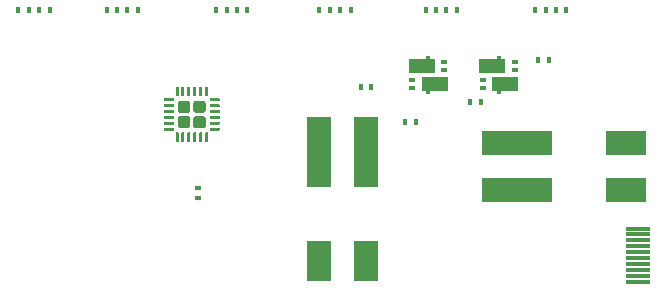
<source format=gbr>
G04 #@! TF.GenerationSoftware,KiCad,Pcbnew,6.0.0-rc1-unknown-ef6f7e9~66~ubuntu16.04.1*
G04 #@! TF.CreationDate,2019-01-29T21:41:32+01:00*
G04 #@! TF.ProjectId,roboy_hand_connector_pcb,726F626F795F68616E645F636F6E6E65,rev?*
G04 #@! TF.SameCoordinates,Original*
G04 #@! TF.FileFunction,Paste,Top*
G04 #@! TF.FilePolarity,Positive*
%FSLAX46Y46*%
G04 Gerber Fmt 4.6, Leading zero omitted, Abs format (unit mm)*
G04 Created by KiCad (PCBNEW 6.0.0-rc1-unknown-ef6f7e9~66~ubuntu16.04.1) date Tue Jan 29 21:41:32 2019*
%MOMM*%
%LPD*%
G01*
G04 APERTURE LIST*
%ADD10R,2.000000X0.400000*%
%ADD11R,2.225000X1.205000*%
%ADD12R,0.580000X0.400000*%
%ADD13R,0.430000X0.370000*%
%ADD14C,0.100000*%
%ADD15C,1.050000*%
%ADD16C,0.250000*%
%ADD17R,2.000000X3.500000*%
%ADD18R,2.000000X6.000000*%
%ADD19R,0.600000X0.400000*%
%ADD20R,0.400000X0.600000*%
%ADD21R,3.500000X2.000000*%
%ADD22R,6.000000X2.000000*%
G04 APERTURE END LIST*
D10*
G04 #@! TO.C,J2*
X190250000Y-101500000D03*
X190250000Y-102000000D03*
X190250000Y-102500000D03*
X190250000Y-103000000D03*
X190250000Y-103500000D03*
X190250000Y-104000000D03*
X190250000Y-104500000D03*
X190250000Y-105000000D03*
X190250000Y-105500000D03*
X190250000Y-106000000D03*
G04 #@! TD*
D11*
G04 #@! TO.C,Q1*
X179047500Y-89227500D03*
X177952500Y-87772500D03*
D12*
X179860000Y-88050000D03*
X179860000Y-87400000D03*
X177140000Y-88950000D03*
X177139900Y-89600000D03*
D13*
X178500000Y-89965000D03*
X178500000Y-87035000D03*
G04 #@! TD*
G04 #@! TO.C,Q2*
X172500000Y-87035000D03*
X172500000Y-89965000D03*
D12*
X171139900Y-89600000D03*
X171140000Y-88950000D03*
X173860000Y-87400000D03*
X173860000Y-88050000D03*
D11*
X171952500Y-87772500D03*
X173047500Y-89227500D03*
G04 #@! TD*
D14*
G04 #@! TO.C,U1*
G36*
X153449505Y-91966204D02*
X153473773Y-91969804D01*
X153497572Y-91975765D01*
X153520671Y-91984030D01*
X153542850Y-91994520D01*
X153563893Y-92007132D01*
X153583599Y-92021747D01*
X153601777Y-92038223D01*
X153618253Y-92056401D01*
X153632868Y-92076107D01*
X153645480Y-92097150D01*
X153655970Y-92119329D01*
X153664235Y-92142428D01*
X153670196Y-92166227D01*
X153673796Y-92190495D01*
X153675000Y-92214999D01*
X153675000Y-92765001D01*
X153673796Y-92789505D01*
X153670196Y-92813773D01*
X153664235Y-92837572D01*
X153655970Y-92860671D01*
X153645480Y-92882850D01*
X153632868Y-92903893D01*
X153618253Y-92923599D01*
X153601777Y-92941777D01*
X153583599Y-92958253D01*
X153563893Y-92972868D01*
X153542850Y-92985480D01*
X153520671Y-92995970D01*
X153497572Y-93004235D01*
X153473773Y-93010196D01*
X153449505Y-93013796D01*
X153425001Y-93015000D01*
X152874999Y-93015000D01*
X152850495Y-93013796D01*
X152826227Y-93010196D01*
X152802428Y-93004235D01*
X152779329Y-92995970D01*
X152757150Y-92985480D01*
X152736107Y-92972868D01*
X152716401Y-92958253D01*
X152698223Y-92941777D01*
X152681747Y-92923599D01*
X152667132Y-92903893D01*
X152654520Y-92882850D01*
X152644030Y-92860671D01*
X152635765Y-92837572D01*
X152629804Y-92813773D01*
X152626204Y-92789505D01*
X152625000Y-92765001D01*
X152625000Y-92214999D01*
X152626204Y-92190495D01*
X152629804Y-92166227D01*
X152635765Y-92142428D01*
X152644030Y-92119329D01*
X152654520Y-92097150D01*
X152667132Y-92076107D01*
X152681747Y-92056401D01*
X152698223Y-92038223D01*
X152716401Y-92021747D01*
X152736107Y-92007132D01*
X152757150Y-91994520D01*
X152779329Y-91984030D01*
X152802428Y-91975765D01*
X152826227Y-91969804D01*
X152850495Y-91966204D01*
X152874999Y-91965000D01*
X153425001Y-91965000D01*
X153449505Y-91966204D01*
X153449505Y-91966204D01*
G37*
D15*
X153150000Y-92490000D03*
D14*
G36*
X153449505Y-90666204D02*
X153473773Y-90669804D01*
X153497572Y-90675765D01*
X153520671Y-90684030D01*
X153542850Y-90694520D01*
X153563893Y-90707132D01*
X153583599Y-90721747D01*
X153601777Y-90738223D01*
X153618253Y-90756401D01*
X153632868Y-90776107D01*
X153645480Y-90797150D01*
X153655970Y-90819329D01*
X153664235Y-90842428D01*
X153670196Y-90866227D01*
X153673796Y-90890495D01*
X153675000Y-90914999D01*
X153675000Y-91465001D01*
X153673796Y-91489505D01*
X153670196Y-91513773D01*
X153664235Y-91537572D01*
X153655970Y-91560671D01*
X153645480Y-91582850D01*
X153632868Y-91603893D01*
X153618253Y-91623599D01*
X153601777Y-91641777D01*
X153583599Y-91658253D01*
X153563893Y-91672868D01*
X153542850Y-91685480D01*
X153520671Y-91695970D01*
X153497572Y-91704235D01*
X153473773Y-91710196D01*
X153449505Y-91713796D01*
X153425001Y-91715000D01*
X152874999Y-91715000D01*
X152850495Y-91713796D01*
X152826227Y-91710196D01*
X152802428Y-91704235D01*
X152779329Y-91695970D01*
X152757150Y-91685480D01*
X152736107Y-91672868D01*
X152716401Y-91658253D01*
X152698223Y-91641777D01*
X152681747Y-91623599D01*
X152667132Y-91603893D01*
X152654520Y-91582850D01*
X152644030Y-91560671D01*
X152635765Y-91537572D01*
X152629804Y-91513773D01*
X152626204Y-91489505D01*
X152625000Y-91465001D01*
X152625000Y-90914999D01*
X152626204Y-90890495D01*
X152629804Y-90866227D01*
X152635765Y-90842428D01*
X152644030Y-90819329D01*
X152654520Y-90797150D01*
X152667132Y-90776107D01*
X152681747Y-90756401D01*
X152698223Y-90738223D01*
X152716401Y-90721747D01*
X152736107Y-90707132D01*
X152757150Y-90694520D01*
X152779329Y-90684030D01*
X152802428Y-90675765D01*
X152826227Y-90669804D01*
X152850495Y-90666204D01*
X152874999Y-90665000D01*
X153425001Y-90665000D01*
X153449505Y-90666204D01*
X153449505Y-90666204D01*
G37*
D15*
X153150000Y-91190000D03*
D14*
G36*
X152149505Y-91966204D02*
X152173773Y-91969804D01*
X152197572Y-91975765D01*
X152220671Y-91984030D01*
X152242850Y-91994520D01*
X152263893Y-92007132D01*
X152283599Y-92021747D01*
X152301777Y-92038223D01*
X152318253Y-92056401D01*
X152332868Y-92076107D01*
X152345480Y-92097150D01*
X152355970Y-92119329D01*
X152364235Y-92142428D01*
X152370196Y-92166227D01*
X152373796Y-92190495D01*
X152375000Y-92214999D01*
X152375000Y-92765001D01*
X152373796Y-92789505D01*
X152370196Y-92813773D01*
X152364235Y-92837572D01*
X152355970Y-92860671D01*
X152345480Y-92882850D01*
X152332868Y-92903893D01*
X152318253Y-92923599D01*
X152301777Y-92941777D01*
X152283599Y-92958253D01*
X152263893Y-92972868D01*
X152242850Y-92985480D01*
X152220671Y-92995970D01*
X152197572Y-93004235D01*
X152173773Y-93010196D01*
X152149505Y-93013796D01*
X152125001Y-93015000D01*
X151574999Y-93015000D01*
X151550495Y-93013796D01*
X151526227Y-93010196D01*
X151502428Y-93004235D01*
X151479329Y-92995970D01*
X151457150Y-92985480D01*
X151436107Y-92972868D01*
X151416401Y-92958253D01*
X151398223Y-92941777D01*
X151381747Y-92923599D01*
X151367132Y-92903893D01*
X151354520Y-92882850D01*
X151344030Y-92860671D01*
X151335765Y-92837572D01*
X151329804Y-92813773D01*
X151326204Y-92789505D01*
X151325000Y-92765001D01*
X151325000Y-92214999D01*
X151326204Y-92190495D01*
X151329804Y-92166227D01*
X151335765Y-92142428D01*
X151344030Y-92119329D01*
X151354520Y-92097150D01*
X151367132Y-92076107D01*
X151381747Y-92056401D01*
X151398223Y-92038223D01*
X151416401Y-92021747D01*
X151436107Y-92007132D01*
X151457150Y-91994520D01*
X151479329Y-91984030D01*
X151502428Y-91975765D01*
X151526227Y-91969804D01*
X151550495Y-91966204D01*
X151574999Y-91965000D01*
X152125001Y-91965000D01*
X152149505Y-91966204D01*
X152149505Y-91966204D01*
G37*
D15*
X151850000Y-92490000D03*
D14*
G36*
X152149505Y-90666204D02*
X152173773Y-90669804D01*
X152197572Y-90675765D01*
X152220671Y-90684030D01*
X152242850Y-90694520D01*
X152263893Y-90707132D01*
X152283599Y-90721747D01*
X152301777Y-90738223D01*
X152318253Y-90756401D01*
X152332868Y-90776107D01*
X152345480Y-90797150D01*
X152355970Y-90819329D01*
X152364235Y-90842428D01*
X152370196Y-90866227D01*
X152373796Y-90890495D01*
X152375000Y-90914999D01*
X152375000Y-91465001D01*
X152373796Y-91489505D01*
X152370196Y-91513773D01*
X152364235Y-91537572D01*
X152355970Y-91560671D01*
X152345480Y-91582850D01*
X152332868Y-91603893D01*
X152318253Y-91623599D01*
X152301777Y-91641777D01*
X152283599Y-91658253D01*
X152263893Y-91672868D01*
X152242850Y-91685480D01*
X152220671Y-91695970D01*
X152197572Y-91704235D01*
X152173773Y-91710196D01*
X152149505Y-91713796D01*
X152125001Y-91715000D01*
X151574999Y-91715000D01*
X151550495Y-91713796D01*
X151526227Y-91710196D01*
X151502428Y-91704235D01*
X151479329Y-91695970D01*
X151457150Y-91685480D01*
X151436107Y-91672868D01*
X151416401Y-91658253D01*
X151398223Y-91641777D01*
X151381747Y-91623599D01*
X151367132Y-91603893D01*
X151354520Y-91582850D01*
X151344030Y-91560671D01*
X151335765Y-91537572D01*
X151329804Y-91513773D01*
X151326204Y-91489505D01*
X151325000Y-91465001D01*
X151325000Y-90914999D01*
X151326204Y-90890495D01*
X151329804Y-90866227D01*
X151335765Y-90842428D01*
X151344030Y-90819329D01*
X151354520Y-90797150D01*
X151367132Y-90776107D01*
X151381747Y-90756401D01*
X151398223Y-90738223D01*
X151416401Y-90721747D01*
X151436107Y-90707132D01*
X151457150Y-90694520D01*
X151479329Y-90684030D01*
X151502428Y-90675765D01*
X151526227Y-90669804D01*
X151550495Y-90666204D01*
X151574999Y-90665000D01*
X152125001Y-90665000D01*
X152149505Y-90666204D01*
X152149505Y-90666204D01*
G37*
D15*
X151850000Y-91190000D03*
D14*
G36*
X154793626Y-92965301D02*
X154799693Y-92966201D01*
X154805643Y-92967691D01*
X154811418Y-92969758D01*
X154816962Y-92972380D01*
X154822223Y-92975533D01*
X154827150Y-92979187D01*
X154831694Y-92983306D01*
X154835813Y-92987850D01*
X154839467Y-92992777D01*
X154842620Y-92998038D01*
X154845242Y-93003582D01*
X154847309Y-93009357D01*
X154848799Y-93015307D01*
X154849699Y-93021374D01*
X154850000Y-93027500D01*
X154850000Y-93152500D01*
X154849699Y-93158626D01*
X154848799Y-93164693D01*
X154847309Y-93170643D01*
X154845242Y-93176418D01*
X154842620Y-93181962D01*
X154839467Y-93187223D01*
X154835813Y-93192150D01*
X154831694Y-93196694D01*
X154827150Y-93200813D01*
X154822223Y-93204467D01*
X154816962Y-93207620D01*
X154811418Y-93210242D01*
X154805643Y-93212309D01*
X154799693Y-93213799D01*
X154793626Y-93214699D01*
X154787500Y-93215000D01*
X154087500Y-93215000D01*
X154081374Y-93214699D01*
X154075307Y-93213799D01*
X154069357Y-93212309D01*
X154063582Y-93210242D01*
X154058038Y-93207620D01*
X154052777Y-93204467D01*
X154047850Y-93200813D01*
X154043306Y-93196694D01*
X154039187Y-93192150D01*
X154035533Y-93187223D01*
X154032380Y-93181962D01*
X154029758Y-93176418D01*
X154027691Y-93170643D01*
X154026201Y-93164693D01*
X154025301Y-93158626D01*
X154025000Y-93152500D01*
X154025000Y-93027500D01*
X154025301Y-93021374D01*
X154026201Y-93015307D01*
X154027691Y-93009357D01*
X154029758Y-93003582D01*
X154032380Y-92998038D01*
X154035533Y-92992777D01*
X154039187Y-92987850D01*
X154043306Y-92983306D01*
X154047850Y-92979187D01*
X154052777Y-92975533D01*
X154058038Y-92972380D01*
X154063582Y-92969758D01*
X154069357Y-92967691D01*
X154075307Y-92966201D01*
X154081374Y-92965301D01*
X154087500Y-92965000D01*
X154787500Y-92965000D01*
X154793626Y-92965301D01*
X154793626Y-92965301D01*
G37*
D16*
X154437500Y-93090000D03*
D14*
G36*
X154793626Y-92465301D02*
X154799693Y-92466201D01*
X154805643Y-92467691D01*
X154811418Y-92469758D01*
X154816962Y-92472380D01*
X154822223Y-92475533D01*
X154827150Y-92479187D01*
X154831694Y-92483306D01*
X154835813Y-92487850D01*
X154839467Y-92492777D01*
X154842620Y-92498038D01*
X154845242Y-92503582D01*
X154847309Y-92509357D01*
X154848799Y-92515307D01*
X154849699Y-92521374D01*
X154850000Y-92527500D01*
X154850000Y-92652500D01*
X154849699Y-92658626D01*
X154848799Y-92664693D01*
X154847309Y-92670643D01*
X154845242Y-92676418D01*
X154842620Y-92681962D01*
X154839467Y-92687223D01*
X154835813Y-92692150D01*
X154831694Y-92696694D01*
X154827150Y-92700813D01*
X154822223Y-92704467D01*
X154816962Y-92707620D01*
X154811418Y-92710242D01*
X154805643Y-92712309D01*
X154799693Y-92713799D01*
X154793626Y-92714699D01*
X154787500Y-92715000D01*
X154087500Y-92715000D01*
X154081374Y-92714699D01*
X154075307Y-92713799D01*
X154069357Y-92712309D01*
X154063582Y-92710242D01*
X154058038Y-92707620D01*
X154052777Y-92704467D01*
X154047850Y-92700813D01*
X154043306Y-92696694D01*
X154039187Y-92692150D01*
X154035533Y-92687223D01*
X154032380Y-92681962D01*
X154029758Y-92676418D01*
X154027691Y-92670643D01*
X154026201Y-92664693D01*
X154025301Y-92658626D01*
X154025000Y-92652500D01*
X154025000Y-92527500D01*
X154025301Y-92521374D01*
X154026201Y-92515307D01*
X154027691Y-92509357D01*
X154029758Y-92503582D01*
X154032380Y-92498038D01*
X154035533Y-92492777D01*
X154039187Y-92487850D01*
X154043306Y-92483306D01*
X154047850Y-92479187D01*
X154052777Y-92475533D01*
X154058038Y-92472380D01*
X154063582Y-92469758D01*
X154069357Y-92467691D01*
X154075307Y-92466201D01*
X154081374Y-92465301D01*
X154087500Y-92465000D01*
X154787500Y-92465000D01*
X154793626Y-92465301D01*
X154793626Y-92465301D01*
G37*
D16*
X154437500Y-92590000D03*
D14*
G36*
X154793626Y-91965301D02*
X154799693Y-91966201D01*
X154805643Y-91967691D01*
X154811418Y-91969758D01*
X154816962Y-91972380D01*
X154822223Y-91975533D01*
X154827150Y-91979187D01*
X154831694Y-91983306D01*
X154835813Y-91987850D01*
X154839467Y-91992777D01*
X154842620Y-91998038D01*
X154845242Y-92003582D01*
X154847309Y-92009357D01*
X154848799Y-92015307D01*
X154849699Y-92021374D01*
X154850000Y-92027500D01*
X154850000Y-92152500D01*
X154849699Y-92158626D01*
X154848799Y-92164693D01*
X154847309Y-92170643D01*
X154845242Y-92176418D01*
X154842620Y-92181962D01*
X154839467Y-92187223D01*
X154835813Y-92192150D01*
X154831694Y-92196694D01*
X154827150Y-92200813D01*
X154822223Y-92204467D01*
X154816962Y-92207620D01*
X154811418Y-92210242D01*
X154805643Y-92212309D01*
X154799693Y-92213799D01*
X154793626Y-92214699D01*
X154787500Y-92215000D01*
X154087500Y-92215000D01*
X154081374Y-92214699D01*
X154075307Y-92213799D01*
X154069357Y-92212309D01*
X154063582Y-92210242D01*
X154058038Y-92207620D01*
X154052777Y-92204467D01*
X154047850Y-92200813D01*
X154043306Y-92196694D01*
X154039187Y-92192150D01*
X154035533Y-92187223D01*
X154032380Y-92181962D01*
X154029758Y-92176418D01*
X154027691Y-92170643D01*
X154026201Y-92164693D01*
X154025301Y-92158626D01*
X154025000Y-92152500D01*
X154025000Y-92027500D01*
X154025301Y-92021374D01*
X154026201Y-92015307D01*
X154027691Y-92009357D01*
X154029758Y-92003582D01*
X154032380Y-91998038D01*
X154035533Y-91992777D01*
X154039187Y-91987850D01*
X154043306Y-91983306D01*
X154047850Y-91979187D01*
X154052777Y-91975533D01*
X154058038Y-91972380D01*
X154063582Y-91969758D01*
X154069357Y-91967691D01*
X154075307Y-91966201D01*
X154081374Y-91965301D01*
X154087500Y-91965000D01*
X154787500Y-91965000D01*
X154793626Y-91965301D01*
X154793626Y-91965301D01*
G37*
D16*
X154437500Y-92090000D03*
D14*
G36*
X154793626Y-91465301D02*
X154799693Y-91466201D01*
X154805643Y-91467691D01*
X154811418Y-91469758D01*
X154816962Y-91472380D01*
X154822223Y-91475533D01*
X154827150Y-91479187D01*
X154831694Y-91483306D01*
X154835813Y-91487850D01*
X154839467Y-91492777D01*
X154842620Y-91498038D01*
X154845242Y-91503582D01*
X154847309Y-91509357D01*
X154848799Y-91515307D01*
X154849699Y-91521374D01*
X154850000Y-91527500D01*
X154850000Y-91652500D01*
X154849699Y-91658626D01*
X154848799Y-91664693D01*
X154847309Y-91670643D01*
X154845242Y-91676418D01*
X154842620Y-91681962D01*
X154839467Y-91687223D01*
X154835813Y-91692150D01*
X154831694Y-91696694D01*
X154827150Y-91700813D01*
X154822223Y-91704467D01*
X154816962Y-91707620D01*
X154811418Y-91710242D01*
X154805643Y-91712309D01*
X154799693Y-91713799D01*
X154793626Y-91714699D01*
X154787500Y-91715000D01*
X154087500Y-91715000D01*
X154081374Y-91714699D01*
X154075307Y-91713799D01*
X154069357Y-91712309D01*
X154063582Y-91710242D01*
X154058038Y-91707620D01*
X154052777Y-91704467D01*
X154047850Y-91700813D01*
X154043306Y-91696694D01*
X154039187Y-91692150D01*
X154035533Y-91687223D01*
X154032380Y-91681962D01*
X154029758Y-91676418D01*
X154027691Y-91670643D01*
X154026201Y-91664693D01*
X154025301Y-91658626D01*
X154025000Y-91652500D01*
X154025000Y-91527500D01*
X154025301Y-91521374D01*
X154026201Y-91515307D01*
X154027691Y-91509357D01*
X154029758Y-91503582D01*
X154032380Y-91498038D01*
X154035533Y-91492777D01*
X154039187Y-91487850D01*
X154043306Y-91483306D01*
X154047850Y-91479187D01*
X154052777Y-91475533D01*
X154058038Y-91472380D01*
X154063582Y-91469758D01*
X154069357Y-91467691D01*
X154075307Y-91466201D01*
X154081374Y-91465301D01*
X154087500Y-91465000D01*
X154787500Y-91465000D01*
X154793626Y-91465301D01*
X154793626Y-91465301D01*
G37*
D16*
X154437500Y-91590000D03*
D14*
G36*
X154793626Y-90965301D02*
X154799693Y-90966201D01*
X154805643Y-90967691D01*
X154811418Y-90969758D01*
X154816962Y-90972380D01*
X154822223Y-90975533D01*
X154827150Y-90979187D01*
X154831694Y-90983306D01*
X154835813Y-90987850D01*
X154839467Y-90992777D01*
X154842620Y-90998038D01*
X154845242Y-91003582D01*
X154847309Y-91009357D01*
X154848799Y-91015307D01*
X154849699Y-91021374D01*
X154850000Y-91027500D01*
X154850000Y-91152500D01*
X154849699Y-91158626D01*
X154848799Y-91164693D01*
X154847309Y-91170643D01*
X154845242Y-91176418D01*
X154842620Y-91181962D01*
X154839467Y-91187223D01*
X154835813Y-91192150D01*
X154831694Y-91196694D01*
X154827150Y-91200813D01*
X154822223Y-91204467D01*
X154816962Y-91207620D01*
X154811418Y-91210242D01*
X154805643Y-91212309D01*
X154799693Y-91213799D01*
X154793626Y-91214699D01*
X154787500Y-91215000D01*
X154087500Y-91215000D01*
X154081374Y-91214699D01*
X154075307Y-91213799D01*
X154069357Y-91212309D01*
X154063582Y-91210242D01*
X154058038Y-91207620D01*
X154052777Y-91204467D01*
X154047850Y-91200813D01*
X154043306Y-91196694D01*
X154039187Y-91192150D01*
X154035533Y-91187223D01*
X154032380Y-91181962D01*
X154029758Y-91176418D01*
X154027691Y-91170643D01*
X154026201Y-91164693D01*
X154025301Y-91158626D01*
X154025000Y-91152500D01*
X154025000Y-91027500D01*
X154025301Y-91021374D01*
X154026201Y-91015307D01*
X154027691Y-91009357D01*
X154029758Y-91003582D01*
X154032380Y-90998038D01*
X154035533Y-90992777D01*
X154039187Y-90987850D01*
X154043306Y-90983306D01*
X154047850Y-90979187D01*
X154052777Y-90975533D01*
X154058038Y-90972380D01*
X154063582Y-90969758D01*
X154069357Y-90967691D01*
X154075307Y-90966201D01*
X154081374Y-90965301D01*
X154087500Y-90965000D01*
X154787500Y-90965000D01*
X154793626Y-90965301D01*
X154793626Y-90965301D01*
G37*
D16*
X154437500Y-91090000D03*
D14*
G36*
X154793626Y-90465301D02*
X154799693Y-90466201D01*
X154805643Y-90467691D01*
X154811418Y-90469758D01*
X154816962Y-90472380D01*
X154822223Y-90475533D01*
X154827150Y-90479187D01*
X154831694Y-90483306D01*
X154835813Y-90487850D01*
X154839467Y-90492777D01*
X154842620Y-90498038D01*
X154845242Y-90503582D01*
X154847309Y-90509357D01*
X154848799Y-90515307D01*
X154849699Y-90521374D01*
X154850000Y-90527500D01*
X154850000Y-90652500D01*
X154849699Y-90658626D01*
X154848799Y-90664693D01*
X154847309Y-90670643D01*
X154845242Y-90676418D01*
X154842620Y-90681962D01*
X154839467Y-90687223D01*
X154835813Y-90692150D01*
X154831694Y-90696694D01*
X154827150Y-90700813D01*
X154822223Y-90704467D01*
X154816962Y-90707620D01*
X154811418Y-90710242D01*
X154805643Y-90712309D01*
X154799693Y-90713799D01*
X154793626Y-90714699D01*
X154787500Y-90715000D01*
X154087500Y-90715000D01*
X154081374Y-90714699D01*
X154075307Y-90713799D01*
X154069357Y-90712309D01*
X154063582Y-90710242D01*
X154058038Y-90707620D01*
X154052777Y-90704467D01*
X154047850Y-90700813D01*
X154043306Y-90696694D01*
X154039187Y-90692150D01*
X154035533Y-90687223D01*
X154032380Y-90681962D01*
X154029758Y-90676418D01*
X154027691Y-90670643D01*
X154026201Y-90664693D01*
X154025301Y-90658626D01*
X154025000Y-90652500D01*
X154025000Y-90527500D01*
X154025301Y-90521374D01*
X154026201Y-90515307D01*
X154027691Y-90509357D01*
X154029758Y-90503582D01*
X154032380Y-90498038D01*
X154035533Y-90492777D01*
X154039187Y-90487850D01*
X154043306Y-90483306D01*
X154047850Y-90479187D01*
X154052777Y-90475533D01*
X154058038Y-90472380D01*
X154063582Y-90469758D01*
X154069357Y-90467691D01*
X154075307Y-90466201D01*
X154081374Y-90465301D01*
X154087500Y-90465000D01*
X154787500Y-90465000D01*
X154793626Y-90465301D01*
X154793626Y-90465301D01*
G37*
D16*
X154437500Y-90590000D03*
D14*
G36*
X153818626Y-89490301D02*
X153824693Y-89491201D01*
X153830643Y-89492691D01*
X153836418Y-89494758D01*
X153841962Y-89497380D01*
X153847223Y-89500533D01*
X153852150Y-89504187D01*
X153856694Y-89508306D01*
X153860813Y-89512850D01*
X153864467Y-89517777D01*
X153867620Y-89523038D01*
X153870242Y-89528582D01*
X153872309Y-89534357D01*
X153873799Y-89540307D01*
X153874699Y-89546374D01*
X153875000Y-89552500D01*
X153875000Y-90252500D01*
X153874699Y-90258626D01*
X153873799Y-90264693D01*
X153872309Y-90270643D01*
X153870242Y-90276418D01*
X153867620Y-90281962D01*
X153864467Y-90287223D01*
X153860813Y-90292150D01*
X153856694Y-90296694D01*
X153852150Y-90300813D01*
X153847223Y-90304467D01*
X153841962Y-90307620D01*
X153836418Y-90310242D01*
X153830643Y-90312309D01*
X153824693Y-90313799D01*
X153818626Y-90314699D01*
X153812500Y-90315000D01*
X153687500Y-90315000D01*
X153681374Y-90314699D01*
X153675307Y-90313799D01*
X153669357Y-90312309D01*
X153663582Y-90310242D01*
X153658038Y-90307620D01*
X153652777Y-90304467D01*
X153647850Y-90300813D01*
X153643306Y-90296694D01*
X153639187Y-90292150D01*
X153635533Y-90287223D01*
X153632380Y-90281962D01*
X153629758Y-90276418D01*
X153627691Y-90270643D01*
X153626201Y-90264693D01*
X153625301Y-90258626D01*
X153625000Y-90252500D01*
X153625000Y-89552500D01*
X153625301Y-89546374D01*
X153626201Y-89540307D01*
X153627691Y-89534357D01*
X153629758Y-89528582D01*
X153632380Y-89523038D01*
X153635533Y-89517777D01*
X153639187Y-89512850D01*
X153643306Y-89508306D01*
X153647850Y-89504187D01*
X153652777Y-89500533D01*
X153658038Y-89497380D01*
X153663582Y-89494758D01*
X153669357Y-89492691D01*
X153675307Y-89491201D01*
X153681374Y-89490301D01*
X153687500Y-89490000D01*
X153812500Y-89490000D01*
X153818626Y-89490301D01*
X153818626Y-89490301D01*
G37*
D16*
X153750000Y-89902500D03*
D14*
G36*
X153318626Y-89490301D02*
X153324693Y-89491201D01*
X153330643Y-89492691D01*
X153336418Y-89494758D01*
X153341962Y-89497380D01*
X153347223Y-89500533D01*
X153352150Y-89504187D01*
X153356694Y-89508306D01*
X153360813Y-89512850D01*
X153364467Y-89517777D01*
X153367620Y-89523038D01*
X153370242Y-89528582D01*
X153372309Y-89534357D01*
X153373799Y-89540307D01*
X153374699Y-89546374D01*
X153375000Y-89552500D01*
X153375000Y-90252500D01*
X153374699Y-90258626D01*
X153373799Y-90264693D01*
X153372309Y-90270643D01*
X153370242Y-90276418D01*
X153367620Y-90281962D01*
X153364467Y-90287223D01*
X153360813Y-90292150D01*
X153356694Y-90296694D01*
X153352150Y-90300813D01*
X153347223Y-90304467D01*
X153341962Y-90307620D01*
X153336418Y-90310242D01*
X153330643Y-90312309D01*
X153324693Y-90313799D01*
X153318626Y-90314699D01*
X153312500Y-90315000D01*
X153187500Y-90315000D01*
X153181374Y-90314699D01*
X153175307Y-90313799D01*
X153169357Y-90312309D01*
X153163582Y-90310242D01*
X153158038Y-90307620D01*
X153152777Y-90304467D01*
X153147850Y-90300813D01*
X153143306Y-90296694D01*
X153139187Y-90292150D01*
X153135533Y-90287223D01*
X153132380Y-90281962D01*
X153129758Y-90276418D01*
X153127691Y-90270643D01*
X153126201Y-90264693D01*
X153125301Y-90258626D01*
X153125000Y-90252500D01*
X153125000Y-89552500D01*
X153125301Y-89546374D01*
X153126201Y-89540307D01*
X153127691Y-89534357D01*
X153129758Y-89528582D01*
X153132380Y-89523038D01*
X153135533Y-89517777D01*
X153139187Y-89512850D01*
X153143306Y-89508306D01*
X153147850Y-89504187D01*
X153152777Y-89500533D01*
X153158038Y-89497380D01*
X153163582Y-89494758D01*
X153169357Y-89492691D01*
X153175307Y-89491201D01*
X153181374Y-89490301D01*
X153187500Y-89490000D01*
X153312500Y-89490000D01*
X153318626Y-89490301D01*
X153318626Y-89490301D01*
G37*
D16*
X153250000Y-89902500D03*
D14*
G36*
X152818626Y-89490301D02*
X152824693Y-89491201D01*
X152830643Y-89492691D01*
X152836418Y-89494758D01*
X152841962Y-89497380D01*
X152847223Y-89500533D01*
X152852150Y-89504187D01*
X152856694Y-89508306D01*
X152860813Y-89512850D01*
X152864467Y-89517777D01*
X152867620Y-89523038D01*
X152870242Y-89528582D01*
X152872309Y-89534357D01*
X152873799Y-89540307D01*
X152874699Y-89546374D01*
X152875000Y-89552500D01*
X152875000Y-90252500D01*
X152874699Y-90258626D01*
X152873799Y-90264693D01*
X152872309Y-90270643D01*
X152870242Y-90276418D01*
X152867620Y-90281962D01*
X152864467Y-90287223D01*
X152860813Y-90292150D01*
X152856694Y-90296694D01*
X152852150Y-90300813D01*
X152847223Y-90304467D01*
X152841962Y-90307620D01*
X152836418Y-90310242D01*
X152830643Y-90312309D01*
X152824693Y-90313799D01*
X152818626Y-90314699D01*
X152812500Y-90315000D01*
X152687500Y-90315000D01*
X152681374Y-90314699D01*
X152675307Y-90313799D01*
X152669357Y-90312309D01*
X152663582Y-90310242D01*
X152658038Y-90307620D01*
X152652777Y-90304467D01*
X152647850Y-90300813D01*
X152643306Y-90296694D01*
X152639187Y-90292150D01*
X152635533Y-90287223D01*
X152632380Y-90281962D01*
X152629758Y-90276418D01*
X152627691Y-90270643D01*
X152626201Y-90264693D01*
X152625301Y-90258626D01*
X152625000Y-90252500D01*
X152625000Y-89552500D01*
X152625301Y-89546374D01*
X152626201Y-89540307D01*
X152627691Y-89534357D01*
X152629758Y-89528582D01*
X152632380Y-89523038D01*
X152635533Y-89517777D01*
X152639187Y-89512850D01*
X152643306Y-89508306D01*
X152647850Y-89504187D01*
X152652777Y-89500533D01*
X152658038Y-89497380D01*
X152663582Y-89494758D01*
X152669357Y-89492691D01*
X152675307Y-89491201D01*
X152681374Y-89490301D01*
X152687500Y-89490000D01*
X152812500Y-89490000D01*
X152818626Y-89490301D01*
X152818626Y-89490301D01*
G37*
D16*
X152750000Y-89902500D03*
D14*
G36*
X152318626Y-89490301D02*
X152324693Y-89491201D01*
X152330643Y-89492691D01*
X152336418Y-89494758D01*
X152341962Y-89497380D01*
X152347223Y-89500533D01*
X152352150Y-89504187D01*
X152356694Y-89508306D01*
X152360813Y-89512850D01*
X152364467Y-89517777D01*
X152367620Y-89523038D01*
X152370242Y-89528582D01*
X152372309Y-89534357D01*
X152373799Y-89540307D01*
X152374699Y-89546374D01*
X152375000Y-89552500D01*
X152375000Y-90252500D01*
X152374699Y-90258626D01*
X152373799Y-90264693D01*
X152372309Y-90270643D01*
X152370242Y-90276418D01*
X152367620Y-90281962D01*
X152364467Y-90287223D01*
X152360813Y-90292150D01*
X152356694Y-90296694D01*
X152352150Y-90300813D01*
X152347223Y-90304467D01*
X152341962Y-90307620D01*
X152336418Y-90310242D01*
X152330643Y-90312309D01*
X152324693Y-90313799D01*
X152318626Y-90314699D01*
X152312500Y-90315000D01*
X152187500Y-90315000D01*
X152181374Y-90314699D01*
X152175307Y-90313799D01*
X152169357Y-90312309D01*
X152163582Y-90310242D01*
X152158038Y-90307620D01*
X152152777Y-90304467D01*
X152147850Y-90300813D01*
X152143306Y-90296694D01*
X152139187Y-90292150D01*
X152135533Y-90287223D01*
X152132380Y-90281962D01*
X152129758Y-90276418D01*
X152127691Y-90270643D01*
X152126201Y-90264693D01*
X152125301Y-90258626D01*
X152125000Y-90252500D01*
X152125000Y-89552500D01*
X152125301Y-89546374D01*
X152126201Y-89540307D01*
X152127691Y-89534357D01*
X152129758Y-89528582D01*
X152132380Y-89523038D01*
X152135533Y-89517777D01*
X152139187Y-89512850D01*
X152143306Y-89508306D01*
X152147850Y-89504187D01*
X152152777Y-89500533D01*
X152158038Y-89497380D01*
X152163582Y-89494758D01*
X152169357Y-89492691D01*
X152175307Y-89491201D01*
X152181374Y-89490301D01*
X152187500Y-89490000D01*
X152312500Y-89490000D01*
X152318626Y-89490301D01*
X152318626Y-89490301D01*
G37*
D16*
X152250000Y-89902500D03*
D14*
G36*
X151818626Y-89490301D02*
X151824693Y-89491201D01*
X151830643Y-89492691D01*
X151836418Y-89494758D01*
X151841962Y-89497380D01*
X151847223Y-89500533D01*
X151852150Y-89504187D01*
X151856694Y-89508306D01*
X151860813Y-89512850D01*
X151864467Y-89517777D01*
X151867620Y-89523038D01*
X151870242Y-89528582D01*
X151872309Y-89534357D01*
X151873799Y-89540307D01*
X151874699Y-89546374D01*
X151875000Y-89552500D01*
X151875000Y-90252500D01*
X151874699Y-90258626D01*
X151873799Y-90264693D01*
X151872309Y-90270643D01*
X151870242Y-90276418D01*
X151867620Y-90281962D01*
X151864467Y-90287223D01*
X151860813Y-90292150D01*
X151856694Y-90296694D01*
X151852150Y-90300813D01*
X151847223Y-90304467D01*
X151841962Y-90307620D01*
X151836418Y-90310242D01*
X151830643Y-90312309D01*
X151824693Y-90313799D01*
X151818626Y-90314699D01*
X151812500Y-90315000D01*
X151687500Y-90315000D01*
X151681374Y-90314699D01*
X151675307Y-90313799D01*
X151669357Y-90312309D01*
X151663582Y-90310242D01*
X151658038Y-90307620D01*
X151652777Y-90304467D01*
X151647850Y-90300813D01*
X151643306Y-90296694D01*
X151639187Y-90292150D01*
X151635533Y-90287223D01*
X151632380Y-90281962D01*
X151629758Y-90276418D01*
X151627691Y-90270643D01*
X151626201Y-90264693D01*
X151625301Y-90258626D01*
X151625000Y-90252500D01*
X151625000Y-89552500D01*
X151625301Y-89546374D01*
X151626201Y-89540307D01*
X151627691Y-89534357D01*
X151629758Y-89528582D01*
X151632380Y-89523038D01*
X151635533Y-89517777D01*
X151639187Y-89512850D01*
X151643306Y-89508306D01*
X151647850Y-89504187D01*
X151652777Y-89500533D01*
X151658038Y-89497380D01*
X151663582Y-89494758D01*
X151669357Y-89492691D01*
X151675307Y-89491201D01*
X151681374Y-89490301D01*
X151687500Y-89490000D01*
X151812500Y-89490000D01*
X151818626Y-89490301D01*
X151818626Y-89490301D01*
G37*
D16*
X151750000Y-89902500D03*
D14*
G36*
X151318626Y-89490301D02*
X151324693Y-89491201D01*
X151330643Y-89492691D01*
X151336418Y-89494758D01*
X151341962Y-89497380D01*
X151347223Y-89500533D01*
X151352150Y-89504187D01*
X151356694Y-89508306D01*
X151360813Y-89512850D01*
X151364467Y-89517777D01*
X151367620Y-89523038D01*
X151370242Y-89528582D01*
X151372309Y-89534357D01*
X151373799Y-89540307D01*
X151374699Y-89546374D01*
X151375000Y-89552500D01*
X151375000Y-90252500D01*
X151374699Y-90258626D01*
X151373799Y-90264693D01*
X151372309Y-90270643D01*
X151370242Y-90276418D01*
X151367620Y-90281962D01*
X151364467Y-90287223D01*
X151360813Y-90292150D01*
X151356694Y-90296694D01*
X151352150Y-90300813D01*
X151347223Y-90304467D01*
X151341962Y-90307620D01*
X151336418Y-90310242D01*
X151330643Y-90312309D01*
X151324693Y-90313799D01*
X151318626Y-90314699D01*
X151312500Y-90315000D01*
X151187500Y-90315000D01*
X151181374Y-90314699D01*
X151175307Y-90313799D01*
X151169357Y-90312309D01*
X151163582Y-90310242D01*
X151158038Y-90307620D01*
X151152777Y-90304467D01*
X151147850Y-90300813D01*
X151143306Y-90296694D01*
X151139187Y-90292150D01*
X151135533Y-90287223D01*
X151132380Y-90281962D01*
X151129758Y-90276418D01*
X151127691Y-90270643D01*
X151126201Y-90264693D01*
X151125301Y-90258626D01*
X151125000Y-90252500D01*
X151125000Y-89552500D01*
X151125301Y-89546374D01*
X151126201Y-89540307D01*
X151127691Y-89534357D01*
X151129758Y-89528582D01*
X151132380Y-89523038D01*
X151135533Y-89517777D01*
X151139187Y-89512850D01*
X151143306Y-89508306D01*
X151147850Y-89504187D01*
X151152777Y-89500533D01*
X151158038Y-89497380D01*
X151163582Y-89494758D01*
X151169357Y-89492691D01*
X151175307Y-89491201D01*
X151181374Y-89490301D01*
X151187500Y-89490000D01*
X151312500Y-89490000D01*
X151318626Y-89490301D01*
X151318626Y-89490301D01*
G37*
D16*
X151250000Y-89902500D03*
D14*
G36*
X150918626Y-90465301D02*
X150924693Y-90466201D01*
X150930643Y-90467691D01*
X150936418Y-90469758D01*
X150941962Y-90472380D01*
X150947223Y-90475533D01*
X150952150Y-90479187D01*
X150956694Y-90483306D01*
X150960813Y-90487850D01*
X150964467Y-90492777D01*
X150967620Y-90498038D01*
X150970242Y-90503582D01*
X150972309Y-90509357D01*
X150973799Y-90515307D01*
X150974699Y-90521374D01*
X150975000Y-90527500D01*
X150975000Y-90652500D01*
X150974699Y-90658626D01*
X150973799Y-90664693D01*
X150972309Y-90670643D01*
X150970242Y-90676418D01*
X150967620Y-90681962D01*
X150964467Y-90687223D01*
X150960813Y-90692150D01*
X150956694Y-90696694D01*
X150952150Y-90700813D01*
X150947223Y-90704467D01*
X150941962Y-90707620D01*
X150936418Y-90710242D01*
X150930643Y-90712309D01*
X150924693Y-90713799D01*
X150918626Y-90714699D01*
X150912500Y-90715000D01*
X150212500Y-90715000D01*
X150206374Y-90714699D01*
X150200307Y-90713799D01*
X150194357Y-90712309D01*
X150188582Y-90710242D01*
X150183038Y-90707620D01*
X150177777Y-90704467D01*
X150172850Y-90700813D01*
X150168306Y-90696694D01*
X150164187Y-90692150D01*
X150160533Y-90687223D01*
X150157380Y-90681962D01*
X150154758Y-90676418D01*
X150152691Y-90670643D01*
X150151201Y-90664693D01*
X150150301Y-90658626D01*
X150150000Y-90652500D01*
X150150000Y-90527500D01*
X150150301Y-90521374D01*
X150151201Y-90515307D01*
X150152691Y-90509357D01*
X150154758Y-90503582D01*
X150157380Y-90498038D01*
X150160533Y-90492777D01*
X150164187Y-90487850D01*
X150168306Y-90483306D01*
X150172850Y-90479187D01*
X150177777Y-90475533D01*
X150183038Y-90472380D01*
X150188582Y-90469758D01*
X150194357Y-90467691D01*
X150200307Y-90466201D01*
X150206374Y-90465301D01*
X150212500Y-90465000D01*
X150912500Y-90465000D01*
X150918626Y-90465301D01*
X150918626Y-90465301D01*
G37*
D16*
X150562500Y-90590000D03*
D14*
G36*
X150918626Y-90965301D02*
X150924693Y-90966201D01*
X150930643Y-90967691D01*
X150936418Y-90969758D01*
X150941962Y-90972380D01*
X150947223Y-90975533D01*
X150952150Y-90979187D01*
X150956694Y-90983306D01*
X150960813Y-90987850D01*
X150964467Y-90992777D01*
X150967620Y-90998038D01*
X150970242Y-91003582D01*
X150972309Y-91009357D01*
X150973799Y-91015307D01*
X150974699Y-91021374D01*
X150975000Y-91027500D01*
X150975000Y-91152500D01*
X150974699Y-91158626D01*
X150973799Y-91164693D01*
X150972309Y-91170643D01*
X150970242Y-91176418D01*
X150967620Y-91181962D01*
X150964467Y-91187223D01*
X150960813Y-91192150D01*
X150956694Y-91196694D01*
X150952150Y-91200813D01*
X150947223Y-91204467D01*
X150941962Y-91207620D01*
X150936418Y-91210242D01*
X150930643Y-91212309D01*
X150924693Y-91213799D01*
X150918626Y-91214699D01*
X150912500Y-91215000D01*
X150212500Y-91215000D01*
X150206374Y-91214699D01*
X150200307Y-91213799D01*
X150194357Y-91212309D01*
X150188582Y-91210242D01*
X150183038Y-91207620D01*
X150177777Y-91204467D01*
X150172850Y-91200813D01*
X150168306Y-91196694D01*
X150164187Y-91192150D01*
X150160533Y-91187223D01*
X150157380Y-91181962D01*
X150154758Y-91176418D01*
X150152691Y-91170643D01*
X150151201Y-91164693D01*
X150150301Y-91158626D01*
X150150000Y-91152500D01*
X150150000Y-91027500D01*
X150150301Y-91021374D01*
X150151201Y-91015307D01*
X150152691Y-91009357D01*
X150154758Y-91003582D01*
X150157380Y-90998038D01*
X150160533Y-90992777D01*
X150164187Y-90987850D01*
X150168306Y-90983306D01*
X150172850Y-90979187D01*
X150177777Y-90975533D01*
X150183038Y-90972380D01*
X150188582Y-90969758D01*
X150194357Y-90967691D01*
X150200307Y-90966201D01*
X150206374Y-90965301D01*
X150212500Y-90965000D01*
X150912500Y-90965000D01*
X150918626Y-90965301D01*
X150918626Y-90965301D01*
G37*
D16*
X150562500Y-91090000D03*
D14*
G36*
X150918626Y-91465301D02*
X150924693Y-91466201D01*
X150930643Y-91467691D01*
X150936418Y-91469758D01*
X150941962Y-91472380D01*
X150947223Y-91475533D01*
X150952150Y-91479187D01*
X150956694Y-91483306D01*
X150960813Y-91487850D01*
X150964467Y-91492777D01*
X150967620Y-91498038D01*
X150970242Y-91503582D01*
X150972309Y-91509357D01*
X150973799Y-91515307D01*
X150974699Y-91521374D01*
X150975000Y-91527500D01*
X150975000Y-91652500D01*
X150974699Y-91658626D01*
X150973799Y-91664693D01*
X150972309Y-91670643D01*
X150970242Y-91676418D01*
X150967620Y-91681962D01*
X150964467Y-91687223D01*
X150960813Y-91692150D01*
X150956694Y-91696694D01*
X150952150Y-91700813D01*
X150947223Y-91704467D01*
X150941962Y-91707620D01*
X150936418Y-91710242D01*
X150930643Y-91712309D01*
X150924693Y-91713799D01*
X150918626Y-91714699D01*
X150912500Y-91715000D01*
X150212500Y-91715000D01*
X150206374Y-91714699D01*
X150200307Y-91713799D01*
X150194357Y-91712309D01*
X150188582Y-91710242D01*
X150183038Y-91707620D01*
X150177777Y-91704467D01*
X150172850Y-91700813D01*
X150168306Y-91696694D01*
X150164187Y-91692150D01*
X150160533Y-91687223D01*
X150157380Y-91681962D01*
X150154758Y-91676418D01*
X150152691Y-91670643D01*
X150151201Y-91664693D01*
X150150301Y-91658626D01*
X150150000Y-91652500D01*
X150150000Y-91527500D01*
X150150301Y-91521374D01*
X150151201Y-91515307D01*
X150152691Y-91509357D01*
X150154758Y-91503582D01*
X150157380Y-91498038D01*
X150160533Y-91492777D01*
X150164187Y-91487850D01*
X150168306Y-91483306D01*
X150172850Y-91479187D01*
X150177777Y-91475533D01*
X150183038Y-91472380D01*
X150188582Y-91469758D01*
X150194357Y-91467691D01*
X150200307Y-91466201D01*
X150206374Y-91465301D01*
X150212500Y-91465000D01*
X150912500Y-91465000D01*
X150918626Y-91465301D01*
X150918626Y-91465301D01*
G37*
D16*
X150562500Y-91590000D03*
D14*
G36*
X150918626Y-91965301D02*
X150924693Y-91966201D01*
X150930643Y-91967691D01*
X150936418Y-91969758D01*
X150941962Y-91972380D01*
X150947223Y-91975533D01*
X150952150Y-91979187D01*
X150956694Y-91983306D01*
X150960813Y-91987850D01*
X150964467Y-91992777D01*
X150967620Y-91998038D01*
X150970242Y-92003582D01*
X150972309Y-92009357D01*
X150973799Y-92015307D01*
X150974699Y-92021374D01*
X150975000Y-92027500D01*
X150975000Y-92152500D01*
X150974699Y-92158626D01*
X150973799Y-92164693D01*
X150972309Y-92170643D01*
X150970242Y-92176418D01*
X150967620Y-92181962D01*
X150964467Y-92187223D01*
X150960813Y-92192150D01*
X150956694Y-92196694D01*
X150952150Y-92200813D01*
X150947223Y-92204467D01*
X150941962Y-92207620D01*
X150936418Y-92210242D01*
X150930643Y-92212309D01*
X150924693Y-92213799D01*
X150918626Y-92214699D01*
X150912500Y-92215000D01*
X150212500Y-92215000D01*
X150206374Y-92214699D01*
X150200307Y-92213799D01*
X150194357Y-92212309D01*
X150188582Y-92210242D01*
X150183038Y-92207620D01*
X150177777Y-92204467D01*
X150172850Y-92200813D01*
X150168306Y-92196694D01*
X150164187Y-92192150D01*
X150160533Y-92187223D01*
X150157380Y-92181962D01*
X150154758Y-92176418D01*
X150152691Y-92170643D01*
X150151201Y-92164693D01*
X150150301Y-92158626D01*
X150150000Y-92152500D01*
X150150000Y-92027500D01*
X150150301Y-92021374D01*
X150151201Y-92015307D01*
X150152691Y-92009357D01*
X150154758Y-92003582D01*
X150157380Y-91998038D01*
X150160533Y-91992777D01*
X150164187Y-91987850D01*
X150168306Y-91983306D01*
X150172850Y-91979187D01*
X150177777Y-91975533D01*
X150183038Y-91972380D01*
X150188582Y-91969758D01*
X150194357Y-91967691D01*
X150200307Y-91966201D01*
X150206374Y-91965301D01*
X150212500Y-91965000D01*
X150912500Y-91965000D01*
X150918626Y-91965301D01*
X150918626Y-91965301D01*
G37*
D16*
X150562500Y-92090000D03*
D14*
G36*
X150918626Y-92465301D02*
X150924693Y-92466201D01*
X150930643Y-92467691D01*
X150936418Y-92469758D01*
X150941962Y-92472380D01*
X150947223Y-92475533D01*
X150952150Y-92479187D01*
X150956694Y-92483306D01*
X150960813Y-92487850D01*
X150964467Y-92492777D01*
X150967620Y-92498038D01*
X150970242Y-92503582D01*
X150972309Y-92509357D01*
X150973799Y-92515307D01*
X150974699Y-92521374D01*
X150975000Y-92527500D01*
X150975000Y-92652500D01*
X150974699Y-92658626D01*
X150973799Y-92664693D01*
X150972309Y-92670643D01*
X150970242Y-92676418D01*
X150967620Y-92681962D01*
X150964467Y-92687223D01*
X150960813Y-92692150D01*
X150956694Y-92696694D01*
X150952150Y-92700813D01*
X150947223Y-92704467D01*
X150941962Y-92707620D01*
X150936418Y-92710242D01*
X150930643Y-92712309D01*
X150924693Y-92713799D01*
X150918626Y-92714699D01*
X150912500Y-92715000D01*
X150212500Y-92715000D01*
X150206374Y-92714699D01*
X150200307Y-92713799D01*
X150194357Y-92712309D01*
X150188582Y-92710242D01*
X150183038Y-92707620D01*
X150177777Y-92704467D01*
X150172850Y-92700813D01*
X150168306Y-92696694D01*
X150164187Y-92692150D01*
X150160533Y-92687223D01*
X150157380Y-92681962D01*
X150154758Y-92676418D01*
X150152691Y-92670643D01*
X150151201Y-92664693D01*
X150150301Y-92658626D01*
X150150000Y-92652500D01*
X150150000Y-92527500D01*
X150150301Y-92521374D01*
X150151201Y-92515307D01*
X150152691Y-92509357D01*
X150154758Y-92503582D01*
X150157380Y-92498038D01*
X150160533Y-92492777D01*
X150164187Y-92487850D01*
X150168306Y-92483306D01*
X150172850Y-92479187D01*
X150177777Y-92475533D01*
X150183038Y-92472380D01*
X150188582Y-92469758D01*
X150194357Y-92467691D01*
X150200307Y-92466201D01*
X150206374Y-92465301D01*
X150212500Y-92465000D01*
X150912500Y-92465000D01*
X150918626Y-92465301D01*
X150918626Y-92465301D01*
G37*
D16*
X150562500Y-92590000D03*
D14*
G36*
X150918626Y-92965301D02*
X150924693Y-92966201D01*
X150930643Y-92967691D01*
X150936418Y-92969758D01*
X150941962Y-92972380D01*
X150947223Y-92975533D01*
X150952150Y-92979187D01*
X150956694Y-92983306D01*
X150960813Y-92987850D01*
X150964467Y-92992777D01*
X150967620Y-92998038D01*
X150970242Y-93003582D01*
X150972309Y-93009357D01*
X150973799Y-93015307D01*
X150974699Y-93021374D01*
X150975000Y-93027500D01*
X150975000Y-93152500D01*
X150974699Y-93158626D01*
X150973799Y-93164693D01*
X150972309Y-93170643D01*
X150970242Y-93176418D01*
X150967620Y-93181962D01*
X150964467Y-93187223D01*
X150960813Y-93192150D01*
X150956694Y-93196694D01*
X150952150Y-93200813D01*
X150947223Y-93204467D01*
X150941962Y-93207620D01*
X150936418Y-93210242D01*
X150930643Y-93212309D01*
X150924693Y-93213799D01*
X150918626Y-93214699D01*
X150912500Y-93215000D01*
X150212500Y-93215000D01*
X150206374Y-93214699D01*
X150200307Y-93213799D01*
X150194357Y-93212309D01*
X150188582Y-93210242D01*
X150183038Y-93207620D01*
X150177777Y-93204467D01*
X150172850Y-93200813D01*
X150168306Y-93196694D01*
X150164187Y-93192150D01*
X150160533Y-93187223D01*
X150157380Y-93181962D01*
X150154758Y-93176418D01*
X150152691Y-93170643D01*
X150151201Y-93164693D01*
X150150301Y-93158626D01*
X150150000Y-93152500D01*
X150150000Y-93027500D01*
X150150301Y-93021374D01*
X150151201Y-93015307D01*
X150152691Y-93009357D01*
X150154758Y-93003582D01*
X150157380Y-92998038D01*
X150160533Y-92992777D01*
X150164187Y-92987850D01*
X150168306Y-92983306D01*
X150172850Y-92979187D01*
X150177777Y-92975533D01*
X150183038Y-92972380D01*
X150188582Y-92969758D01*
X150194357Y-92967691D01*
X150200307Y-92966201D01*
X150206374Y-92965301D01*
X150212500Y-92965000D01*
X150912500Y-92965000D01*
X150918626Y-92965301D01*
X150918626Y-92965301D01*
G37*
D16*
X150562500Y-93090000D03*
D14*
G36*
X151318626Y-93365301D02*
X151324693Y-93366201D01*
X151330643Y-93367691D01*
X151336418Y-93369758D01*
X151341962Y-93372380D01*
X151347223Y-93375533D01*
X151352150Y-93379187D01*
X151356694Y-93383306D01*
X151360813Y-93387850D01*
X151364467Y-93392777D01*
X151367620Y-93398038D01*
X151370242Y-93403582D01*
X151372309Y-93409357D01*
X151373799Y-93415307D01*
X151374699Y-93421374D01*
X151375000Y-93427500D01*
X151375000Y-94127500D01*
X151374699Y-94133626D01*
X151373799Y-94139693D01*
X151372309Y-94145643D01*
X151370242Y-94151418D01*
X151367620Y-94156962D01*
X151364467Y-94162223D01*
X151360813Y-94167150D01*
X151356694Y-94171694D01*
X151352150Y-94175813D01*
X151347223Y-94179467D01*
X151341962Y-94182620D01*
X151336418Y-94185242D01*
X151330643Y-94187309D01*
X151324693Y-94188799D01*
X151318626Y-94189699D01*
X151312500Y-94190000D01*
X151187500Y-94190000D01*
X151181374Y-94189699D01*
X151175307Y-94188799D01*
X151169357Y-94187309D01*
X151163582Y-94185242D01*
X151158038Y-94182620D01*
X151152777Y-94179467D01*
X151147850Y-94175813D01*
X151143306Y-94171694D01*
X151139187Y-94167150D01*
X151135533Y-94162223D01*
X151132380Y-94156962D01*
X151129758Y-94151418D01*
X151127691Y-94145643D01*
X151126201Y-94139693D01*
X151125301Y-94133626D01*
X151125000Y-94127500D01*
X151125000Y-93427500D01*
X151125301Y-93421374D01*
X151126201Y-93415307D01*
X151127691Y-93409357D01*
X151129758Y-93403582D01*
X151132380Y-93398038D01*
X151135533Y-93392777D01*
X151139187Y-93387850D01*
X151143306Y-93383306D01*
X151147850Y-93379187D01*
X151152777Y-93375533D01*
X151158038Y-93372380D01*
X151163582Y-93369758D01*
X151169357Y-93367691D01*
X151175307Y-93366201D01*
X151181374Y-93365301D01*
X151187500Y-93365000D01*
X151312500Y-93365000D01*
X151318626Y-93365301D01*
X151318626Y-93365301D01*
G37*
D16*
X151250000Y-93777500D03*
D14*
G36*
X151818626Y-93365301D02*
X151824693Y-93366201D01*
X151830643Y-93367691D01*
X151836418Y-93369758D01*
X151841962Y-93372380D01*
X151847223Y-93375533D01*
X151852150Y-93379187D01*
X151856694Y-93383306D01*
X151860813Y-93387850D01*
X151864467Y-93392777D01*
X151867620Y-93398038D01*
X151870242Y-93403582D01*
X151872309Y-93409357D01*
X151873799Y-93415307D01*
X151874699Y-93421374D01*
X151875000Y-93427500D01*
X151875000Y-94127500D01*
X151874699Y-94133626D01*
X151873799Y-94139693D01*
X151872309Y-94145643D01*
X151870242Y-94151418D01*
X151867620Y-94156962D01*
X151864467Y-94162223D01*
X151860813Y-94167150D01*
X151856694Y-94171694D01*
X151852150Y-94175813D01*
X151847223Y-94179467D01*
X151841962Y-94182620D01*
X151836418Y-94185242D01*
X151830643Y-94187309D01*
X151824693Y-94188799D01*
X151818626Y-94189699D01*
X151812500Y-94190000D01*
X151687500Y-94190000D01*
X151681374Y-94189699D01*
X151675307Y-94188799D01*
X151669357Y-94187309D01*
X151663582Y-94185242D01*
X151658038Y-94182620D01*
X151652777Y-94179467D01*
X151647850Y-94175813D01*
X151643306Y-94171694D01*
X151639187Y-94167150D01*
X151635533Y-94162223D01*
X151632380Y-94156962D01*
X151629758Y-94151418D01*
X151627691Y-94145643D01*
X151626201Y-94139693D01*
X151625301Y-94133626D01*
X151625000Y-94127500D01*
X151625000Y-93427500D01*
X151625301Y-93421374D01*
X151626201Y-93415307D01*
X151627691Y-93409357D01*
X151629758Y-93403582D01*
X151632380Y-93398038D01*
X151635533Y-93392777D01*
X151639187Y-93387850D01*
X151643306Y-93383306D01*
X151647850Y-93379187D01*
X151652777Y-93375533D01*
X151658038Y-93372380D01*
X151663582Y-93369758D01*
X151669357Y-93367691D01*
X151675307Y-93366201D01*
X151681374Y-93365301D01*
X151687500Y-93365000D01*
X151812500Y-93365000D01*
X151818626Y-93365301D01*
X151818626Y-93365301D01*
G37*
D16*
X151750000Y-93777500D03*
D14*
G36*
X152318626Y-93365301D02*
X152324693Y-93366201D01*
X152330643Y-93367691D01*
X152336418Y-93369758D01*
X152341962Y-93372380D01*
X152347223Y-93375533D01*
X152352150Y-93379187D01*
X152356694Y-93383306D01*
X152360813Y-93387850D01*
X152364467Y-93392777D01*
X152367620Y-93398038D01*
X152370242Y-93403582D01*
X152372309Y-93409357D01*
X152373799Y-93415307D01*
X152374699Y-93421374D01*
X152375000Y-93427500D01*
X152375000Y-94127500D01*
X152374699Y-94133626D01*
X152373799Y-94139693D01*
X152372309Y-94145643D01*
X152370242Y-94151418D01*
X152367620Y-94156962D01*
X152364467Y-94162223D01*
X152360813Y-94167150D01*
X152356694Y-94171694D01*
X152352150Y-94175813D01*
X152347223Y-94179467D01*
X152341962Y-94182620D01*
X152336418Y-94185242D01*
X152330643Y-94187309D01*
X152324693Y-94188799D01*
X152318626Y-94189699D01*
X152312500Y-94190000D01*
X152187500Y-94190000D01*
X152181374Y-94189699D01*
X152175307Y-94188799D01*
X152169357Y-94187309D01*
X152163582Y-94185242D01*
X152158038Y-94182620D01*
X152152777Y-94179467D01*
X152147850Y-94175813D01*
X152143306Y-94171694D01*
X152139187Y-94167150D01*
X152135533Y-94162223D01*
X152132380Y-94156962D01*
X152129758Y-94151418D01*
X152127691Y-94145643D01*
X152126201Y-94139693D01*
X152125301Y-94133626D01*
X152125000Y-94127500D01*
X152125000Y-93427500D01*
X152125301Y-93421374D01*
X152126201Y-93415307D01*
X152127691Y-93409357D01*
X152129758Y-93403582D01*
X152132380Y-93398038D01*
X152135533Y-93392777D01*
X152139187Y-93387850D01*
X152143306Y-93383306D01*
X152147850Y-93379187D01*
X152152777Y-93375533D01*
X152158038Y-93372380D01*
X152163582Y-93369758D01*
X152169357Y-93367691D01*
X152175307Y-93366201D01*
X152181374Y-93365301D01*
X152187500Y-93365000D01*
X152312500Y-93365000D01*
X152318626Y-93365301D01*
X152318626Y-93365301D01*
G37*
D16*
X152250000Y-93777500D03*
D14*
G36*
X152818626Y-93365301D02*
X152824693Y-93366201D01*
X152830643Y-93367691D01*
X152836418Y-93369758D01*
X152841962Y-93372380D01*
X152847223Y-93375533D01*
X152852150Y-93379187D01*
X152856694Y-93383306D01*
X152860813Y-93387850D01*
X152864467Y-93392777D01*
X152867620Y-93398038D01*
X152870242Y-93403582D01*
X152872309Y-93409357D01*
X152873799Y-93415307D01*
X152874699Y-93421374D01*
X152875000Y-93427500D01*
X152875000Y-94127500D01*
X152874699Y-94133626D01*
X152873799Y-94139693D01*
X152872309Y-94145643D01*
X152870242Y-94151418D01*
X152867620Y-94156962D01*
X152864467Y-94162223D01*
X152860813Y-94167150D01*
X152856694Y-94171694D01*
X152852150Y-94175813D01*
X152847223Y-94179467D01*
X152841962Y-94182620D01*
X152836418Y-94185242D01*
X152830643Y-94187309D01*
X152824693Y-94188799D01*
X152818626Y-94189699D01*
X152812500Y-94190000D01*
X152687500Y-94190000D01*
X152681374Y-94189699D01*
X152675307Y-94188799D01*
X152669357Y-94187309D01*
X152663582Y-94185242D01*
X152658038Y-94182620D01*
X152652777Y-94179467D01*
X152647850Y-94175813D01*
X152643306Y-94171694D01*
X152639187Y-94167150D01*
X152635533Y-94162223D01*
X152632380Y-94156962D01*
X152629758Y-94151418D01*
X152627691Y-94145643D01*
X152626201Y-94139693D01*
X152625301Y-94133626D01*
X152625000Y-94127500D01*
X152625000Y-93427500D01*
X152625301Y-93421374D01*
X152626201Y-93415307D01*
X152627691Y-93409357D01*
X152629758Y-93403582D01*
X152632380Y-93398038D01*
X152635533Y-93392777D01*
X152639187Y-93387850D01*
X152643306Y-93383306D01*
X152647850Y-93379187D01*
X152652777Y-93375533D01*
X152658038Y-93372380D01*
X152663582Y-93369758D01*
X152669357Y-93367691D01*
X152675307Y-93366201D01*
X152681374Y-93365301D01*
X152687500Y-93365000D01*
X152812500Y-93365000D01*
X152818626Y-93365301D01*
X152818626Y-93365301D01*
G37*
D16*
X152750000Y-93777500D03*
D14*
G36*
X153318626Y-93365301D02*
X153324693Y-93366201D01*
X153330643Y-93367691D01*
X153336418Y-93369758D01*
X153341962Y-93372380D01*
X153347223Y-93375533D01*
X153352150Y-93379187D01*
X153356694Y-93383306D01*
X153360813Y-93387850D01*
X153364467Y-93392777D01*
X153367620Y-93398038D01*
X153370242Y-93403582D01*
X153372309Y-93409357D01*
X153373799Y-93415307D01*
X153374699Y-93421374D01*
X153375000Y-93427500D01*
X153375000Y-94127500D01*
X153374699Y-94133626D01*
X153373799Y-94139693D01*
X153372309Y-94145643D01*
X153370242Y-94151418D01*
X153367620Y-94156962D01*
X153364467Y-94162223D01*
X153360813Y-94167150D01*
X153356694Y-94171694D01*
X153352150Y-94175813D01*
X153347223Y-94179467D01*
X153341962Y-94182620D01*
X153336418Y-94185242D01*
X153330643Y-94187309D01*
X153324693Y-94188799D01*
X153318626Y-94189699D01*
X153312500Y-94190000D01*
X153187500Y-94190000D01*
X153181374Y-94189699D01*
X153175307Y-94188799D01*
X153169357Y-94187309D01*
X153163582Y-94185242D01*
X153158038Y-94182620D01*
X153152777Y-94179467D01*
X153147850Y-94175813D01*
X153143306Y-94171694D01*
X153139187Y-94167150D01*
X153135533Y-94162223D01*
X153132380Y-94156962D01*
X153129758Y-94151418D01*
X153127691Y-94145643D01*
X153126201Y-94139693D01*
X153125301Y-94133626D01*
X153125000Y-94127500D01*
X153125000Y-93427500D01*
X153125301Y-93421374D01*
X153126201Y-93415307D01*
X153127691Y-93409357D01*
X153129758Y-93403582D01*
X153132380Y-93398038D01*
X153135533Y-93392777D01*
X153139187Y-93387850D01*
X153143306Y-93383306D01*
X153147850Y-93379187D01*
X153152777Y-93375533D01*
X153158038Y-93372380D01*
X153163582Y-93369758D01*
X153169357Y-93367691D01*
X153175307Y-93366201D01*
X153181374Y-93365301D01*
X153187500Y-93365000D01*
X153312500Y-93365000D01*
X153318626Y-93365301D01*
X153318626Y-93365301D01*
G37*
D16*
X153250000Y-93777500D03*
D14*
G36*
X153818626Y-93365301D02*
X153824693Y-93366201D01*
X153830643Y-93367691D01*
X153836418Y-93369758D01*
X153841962Y-93372380D01*
X153847223Y-93375533D01*
X153852150Y-93379187D01*
X153856694Y-93383306D01*
X153860813Y-93387850D01*
X153864467Y-93392777D01*
X153867620Y-93398038D01*
X153870242Y-93403582D01*
X153872309Y-93409357D01*
X153873799Y-93415307D01*
X153874699Y-93421374D01*
X153875000Y-93427500D01*
X153875000Y-94127500D01*
X153874699Y-94133626D01*
X153873799Y-94139693D01*
X153872309Y-94145643D01*
X153870242Y-94151418D01*
X153867620Y-94156962D01*
X153864467Y-94162223D01*
X153860813Y-94167150D01*
X153856694Y-94171694D01*
X153852150Y-94175813D01*
X153847223Y-94179467D01*
X153841962Y-94182620D01*
X153836418Y-94185242D01*
X153830643Y-94187309D01*
X153824693Y-94188799D01*
X153818626Y-94189699D01*
X153812500Y-94190000D01*
X153687500Y-94190000D01*
X153681374Y-94189699D01*
X153675307Y-94188799D01*
X153669357Y-94187309D01*
X153663582Y-94185242D01*
X153658038Y-94182620D01*
X153652777Y-94179467D01*
X153647850Y-94175813D01*
X153643306Y-94171694D01*
X153639187Y-94167150D01*
X153635533Y-94162223D01*
X153632380Y-94156962D01*
X153629758Y-94151418D01*
X153627691Y-94145643D01*
X153626201Y-94139693D01*
X153625301Y-94133626D01*
X153625000Y-94127500D01*
X153625000Y-93427500D01*
X153625301Y-93421374D01*
X153626201Y-93415307D01*
X153627691Y-93409357D01*
X153629758Y-93403582D01*
X153632380Y-93398038D01*
X153635533Y-93392777D01*
X153639187Y-93387850D01*
X153643306Y-93383306D01*
X153647850Y-93379187D01*
X153652777Y-93375533D01*
X153658038Y-93372380D01*
X153663582Y-93369758D01*
X153669357Y-93367691D01*
X153675307Y-93366201D01*
X153681374Y-93365301D01*
X153687500Y-93365000D01*
X153812500Y-93365000D01*
X153818626Y-93365301D01*
X153818626Y-93365301D01*
G37*
D16*
X153750000Y-93777500D03*
G04 #@! TD*
D17*
G04 #@! TO.C,J16*
X167250000Y-104250000D03*
D18*
X167250000Y-95000000D03*
X163250000Y-95000000D03*
D17*
X163250000Y-104250000D03*
G04 #@! TD*
D19*
G04 #@! TO.C,R1*
X153000000Y-98050000D03*
X153000000Y-98950000D03*
G04 #@! TD*
D20*
G04 #@! TO.C,R2*
X137800000Y-83000000D03*
X138700000Y-83000000D03*
G04 #@! TD*
G04 #@! TO.C,R3*
X139550000Y-83000000D03*
X140450000Y-83000000D03*
G04 #@! TD*
G04 #@! TO.C,R4*
X145300000Y-83000000D03*
X146200000Y-83000000D03*
G04 #@! TD*
G04 #@! TO.C,R5*
X147050000Y-83000000D03*
X147950000Y-83000000D03*
G04 #@! TD*
G04 #@! TO.C,R6*
X154550000Y-83000000D03*
X155450000Y-83000000D03*
G04 #@! TD*
G04 #@! TO.C,R7*
X156300000Y-83000000D03*
X157200000Y-83000000D03*
G04 #@! TD*
G04 #@! TO.C,R8*
X163300000Y-83000000D03*
X164200000Y-83000000D03*
G04 #@! TD*
G04 #@! TO.C,R9*
X165050000Y-83000000D03*
X165950000Y-83000000D03*
G04 #@! TD*
G04 #@! TO.C,R10*
X172300000Y-83000000D03*
X173200000Y-83000000D03*
G04 #@! TD*
G04 #@! TO.C,R11*
X174050000Y-83000000D03*
X174950000Y-83000000D03*
G04 #@! TD*
G04 #@! TO.C,R12*
X182450000Y-83000000D03*
X181550000Y-83000000D03*
G04 #@! TD*
G04 #@! TO.C,R13*
X184200000Y-83000000D03*
X183300000Y-83000000D03*
G04 #@! TD*
D21*
G04 #@! TO.C,J14*
X189250000Y-94250000D03*
D22*
X180000000Y-94250000D03*
X180000000Y-98250000D03*
D21*
X189250000Y-98250000D03*
G04 #@! TD*
D20*
G04 #@! TO.C,R14*
X181850000Y-87250000D03*
X182750000Y-87250000D03*
G04 #@! TD*
G04 #@! TO.C,R15*
X171450000Y-92500000D03*
X170550000Y-92500000D03*
G04 #@! TD*
G04 #@! TO.C,R16*
X176050000Y-90750000D03*
X176950000Y-90750000D03*
G04 #@! TD*
G04 #@! TO.C,R17*
X166800000Y-89500000D03*
X167700000Y-89500000D03*
G04 #@! TD*
M02*

</source>
